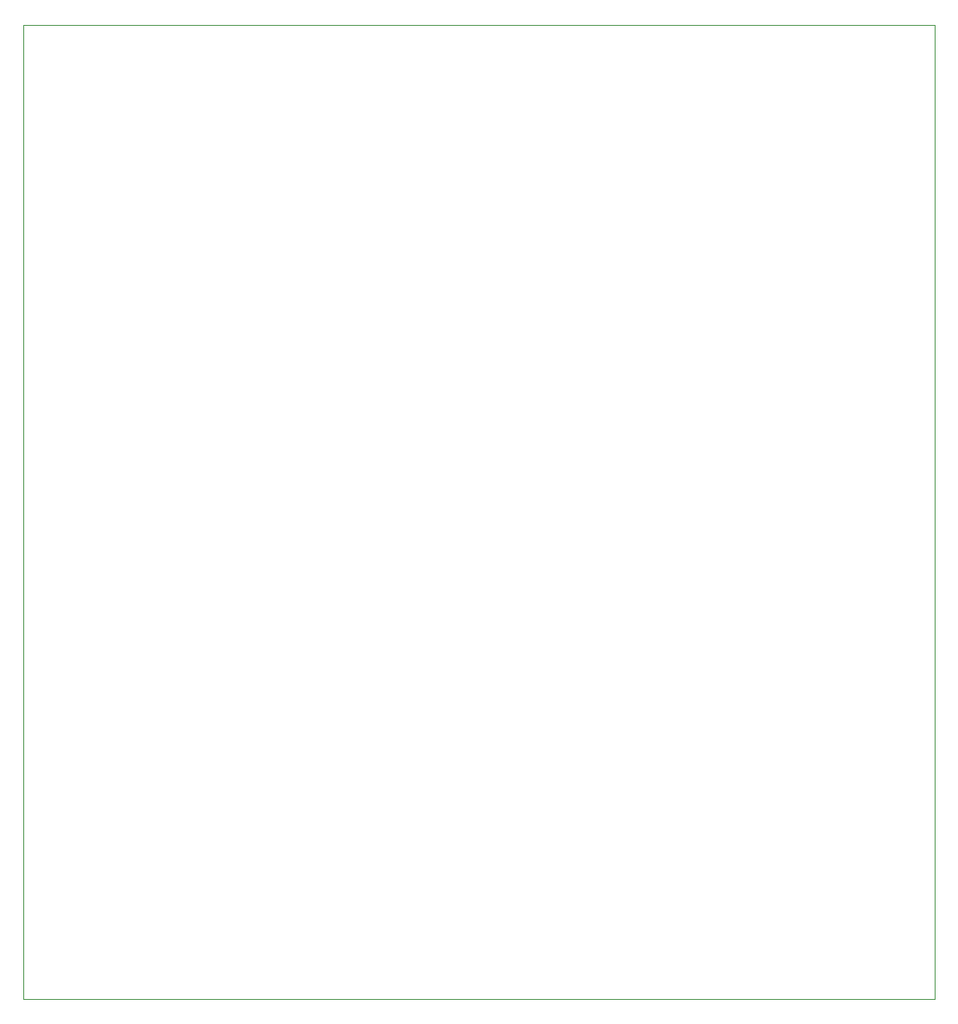
<source format=gbr>
%TF.GenerationSoftware,KiCad,Pcbnew,8.0.3+1*%
%TF.CreationDate,2024-06-17T20:37:02+02:00*%
%TF.ProjectId,qsound3,71736f75-6e64-4332-9e6b-696361645f70,0.1b*%
%TF.SameCoordinates,Original*%
%TF.FileFunction,Profile,NP*%
%FSLAX46Y46*%
G04 Gerber Fmt 4.6, Leading zero omitted, Abs format (unit mm)*
G04 Created by KiCad (PCBNEW 8.0.3+1) date 2024-06-17 20:37:02*
%MOMM*%
%LPD*%
G01*
G04 APERTURE LIST*
%TA.AperFunction,Profile*%
%ADD10C,0.100000*%
%TD*%
G04 APERTURE END LIST*
D10*
X102870000Y-43180000D02*
X195580000Y-43180000D01*
X195580000Y-142240000D01*
X102870000Y-142240000D01*
X102870000Y-43180000D01*
M02*

</source>
